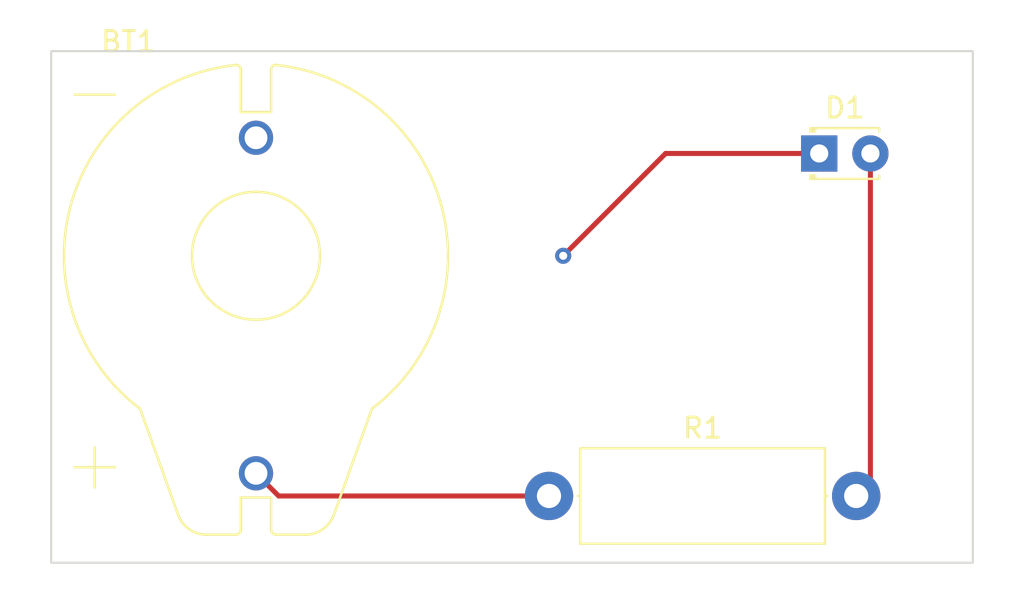
<source format=kicad_pcb>
(kicad_pcb (version 20240108) (generator "pcbnew") (generator_version "8.0")
  (layers (0 "F.Cu" signal) (1 "In1.Cu" signal) (2 "In2.Cu" signal) (31 "B.Cu" signal) (34 "B.Paste" user) (35 "F.Paste" user) (36 "B.SilkS" user "B.Silkscreen") (37 "F.SilkS" user "F.Silkscreen") (38 "B.Mask" user) (39 "F.Mask" user) (44 "Edge.Cuts" user))
  (net 0 "")
  (net 1 "GND")
  (net 2 "Net-(BT1-Pad+)")
  (net 3 "Net-(D1-A)")
  (footprint "LED_THT:LED_D1.8mm_W3.3mm_H2.4mm" (layer "F.Cu") (at 63.5 30.48)
    (property "Reference" "D1" (at 1.27 -2.26 0) (layer "F.SilkS"))
    (property "Value" "LED")
    (fp_line (start -0.44 -1.26) (end -0.44 -1.08) (stroke (width 0.12)) (layer "F.SilkS"))
    (fp_line (start -0.44 -1.26) (end 2.98 -1.26) (stroke (width 0.12)) (layer "F.SilkS"))
    (fp_line (start -0.44 1.08) (end -0.44 1.26) (stroke (width 0.12)) (layer "F.SilkS"))
    (fp_line (start -0.44 1.26) (end 2.98 1.26) (stroke (width 0.12)) (layer "F.SilkS"))
    (fp_line (start -0.32 -1.26) (end -0.32 -1.08) (stroke (width 0.12)) (layer "F.SilkS"))
    (fp_line (start -0.32 1.08) (end -0.32 1.26) (stroke (width 0.12)) (layer "F.SilkS"))
    (fp_line (start -0.2 -1.26) (end -0.2 -1.08) (stroke (width 0.12)) (layer "F.SilkS"))
    (fp_line (start -0.2 1.08) (end -0.2 1.26) (stroke (width 0.12)) (layer "F.SilkS"))
    (fp_line (start 2.98 -1.26) (end 2.98 -1.095) (stroke (width 0.12)) (layer "F.SilkS"))
    (fp_line (start 2.98 1.095) (end 2.98 1.26) (stroke (width 0.12)) (layer "F.SilkS"))
    (pad "1" thru_hole rect (at 0 0) (size 1.8 1.8) (drill 0.9) (layers "*.Cu" "*.Mask") (net 1 "GND"))
    (pad "2" thru_hole circle (at 2.54 0) (size 1.8 1.8) (drill 0.9) (layers "*.Cu" "*.Mask") (net 3 "Net-(D1-A)"))
  )
  (footprint "BH600 footprint symbol:BAT_BH600" (layer "F.Cu") (at 35.56 35.56)
    (property "Reference" "BT1" (at -6.325 -10.635 0) (layer "F.SilkS"))
    (property "Value" "BH600")
    (fp_line (start -9 -8) (end -7 -8) (stroke (width 0.127)) (layer "F.SilkS"))
    (fp_line (start -9 10.5) (end -7 10.5) (stroke (width 0.127)) (layer "F.SilkS"))
    (fp_line (start -8 9.5) (end -8 11.5) (stroke (width 0.127)) (layer "F.SilkS"))
    (fp_line (start -5.75 7.595) (end -3.86685 12.8509) (stroke (width 0.127)) (layer "F.SilkS"))
    (fp_line (start -2.45476 13.845) (end -1 13.845) (stroke (width 0.127)) (layer "F.SilkS"))
    (fp_line (start -0.75 -7.135) (end -0.75 -9.25) (stroke (width 0.127)) (layer "F.SilkS"))
    (fp_line (start -0.75 -7.135) (end 0.75 -7.135) (stroke (width 0.127)) (layer "F.SilkS"))
    (fp_line (start -0.75 12) (end 0.75 12) (stroke (width 0.127)) (layer "F.SilkS"))
    (fp_line (start -0.75 13.595) (end -0.75 12) (stroke (width 0.127)) (layer "F.SilkS"))
    (fp_line (start 0.75 -7.135) (end 0.75 -9.25) (stroke (width 0.127)) (layer "F.SilkS"))
    (fp_line (start 0.75 13.595) (end 0.75 12) (stroke (width 0.127)) (layer "F.SilkS"))
    (fp_line (start 2.45476 13.845) (end 1 13.845) (stroke (width 0.127)) (layer "F.SilkS"))
    (fp_line (start 5.75 7.595) (end 3.86685 12.8509) (stroke (width 0.127)) (layer "F.SilkS"))
    (fp_arc (start -9.525 0) (mid -7.066428 -6.386253) (end -0.960001 -9.475) (stroke (width 0.127)) (layer "F.SilkS"))
    (fp_arc (start -5.75 7.595) (mid -8.530028 4.24112) (end -9.525 0) (stroke (width 0.127)) (layer "F.SilkS"))
    (fp_arc (start -2.45476 13.845) (mid -3.318211 13.57154) (end -3.86685 12.8509) (stroke (width 0.127)) (layer "F.SilkS"))
    (fp_arc (start -0.96 -9.475) (mid -0.808401 -9.405992) (end -0.75 -9.25) (stroke (width 0.127)) (layer "F.SilkS"))
    (fp_arc (start -0.75 13.595) (mid -0.823223 13.771777) (end -1 13.845) (stroke (width 0.127)) (layer "F.SilkS"))
    (fp_arc (start 0.75 -9.25) (mid 0.807692 -9.406654) (end 0.96 -9.475) (stroke (width 0.127)) (layer "F.SilkS"))
    (fp_arc (start 0.960001 -9.475) (mid 7.066428 -6.386253) (end 9.525 0) (stroke (width 0.127)) (layer "F.SilkS"))
    (fp_arc (start 1 13.845) (mid 0.823223 13.771777) (end 0.75 13.595) (stroke (width 0.127)) (layer "F.SilkS"))
    (fp_arc (start 3.86685 12.8509) (mid 3.31821 13.57154) (end 2.45476 13.845) (stroke (width 0.127)) (layer "F.SilkS"))
    (fp_arc (start 9.525 0) (mid 8.530028 4.24112) (end 5.75 7.595) (stroke (width 0.127)) (layer "F.SilkS"))
    (fp_circle (center 0 0) (end 3.175 0) (stroke (width 0.127)) (fill none) (layer "F.SilkS"))
    (pad "" np_thru_hole circle (at -6.17909 -3.5675) (size 1.52 1.52) (drill 1.52) (layers "*.Cu" "*.Mask"))
    (pad "" np_thru_hole circle (at 0 7.135) (size 1.52 1.52) (drill 1.52) (layers "*.Cu" "*.Mask"))
    (pad "" np_thru_hole circle (at 6.17909 -3.5675) (size 1.52 1.52) (drill 1.52) (layers "*.Cu" "*.Mask"))
    (pad "+" thru_hole circle (at 0 10.8) (size 1.7 1.7) (drill 1.13) (layers "*.Cu" "*.Mask") (net 2 "Net-(BT1-Pad+)"))
    (pad "-" thru_hole circle (at 0 -5.86) (size 1.7 1.7) (drill 1.13) (layers "*.Cu" "*.Mask") (net 1 "GND"))
  )
  (footprint "Resistor_THT:R_Axial_DIN0414_L11.9mm_D4.5mm_P15.24mm_Horizontal" (layer "F.Cu") (at 50.095 47.485)
    (property "Reference" "R1" (at 7.62 -3.37 0) (layer "F.SilkS"))
    (property "Value" "R_US")
    (fp_line (start 1.44 0) (end 1.55 0) (stroke (width 0.12)) (layer "F.SilkS"))
    (fp_line (start 1.55 -2.37) (end 1.55 2.37) (stroke (width 0.12)) (layer "F.SilkS"))
    (fp_line (start 1.55 2.37) (end 13.69 2.37) (stroke (width 0.12)) (layer "F.SilkS"))
    (fp_line (start 13.69 -2.37) (end 1.55 -2.37) (stroke (width 0.12)) (layer "F.SilkS"))
    (fp_line (start 13.69 2.37) (end 13.69 -2.37) (stroke (width 0.12)) (layer "F.SilkS"))
    (fp_line (start 13.8 0) (end 13.69 0) (stroke (width 0.12)) (layer "F.SilkS"))
    (pad "1" thru_hole circle (at 0 0) (size 2.4 2.4) (drill 1.2) (layers "*.Cu" "*.Mask") (net 2 "Net-(BT1-Pad+)"))
    (pad "2" thru_hole oval (at 15.24 0) (size 2.4 2.4) (drill 1.2) (layers "*.Cu" "*.Mask") (net 3 "Net-(D1-A)"))
  )
  (gr_rect (start 25.4 25.4) (end 71.12 50.8) (stroke (width 0.1)) (fill none) (layer "Edge.Cuts"))
  (segment (start 55.88 30.48) (end 50.8 35.56) (width 0.25) (layer "F.Cu") (net 1))
  (segment (start 63.5 30.48) (end 55.88 30.48) (width 0.25) (layer "F.Cu") (net 1))
  (via (at 50.8 35.56) (size 0.8) (drill 0.4) (layers "F.Cu" "B.Cu") (net 1))
  (segment (start 36.685 47.485) (end 35.56 46.36) (width 0.25) (layer "F.Cu") (net 2))
  (segment (start 50.095 47.485) (end 36.685 47.485) (width 0.25) (layer "F.Cu") (net 2))
  (segment (start 66.04 30.48) (end 66.04 46.78) (width 0.25) (layer "F.Cu") (net 3))
  (segment (start 66.04 46.78) (end 65.335 47.485) (width 0.25) (layer "F.Cu") (net 3))
)
</source>
